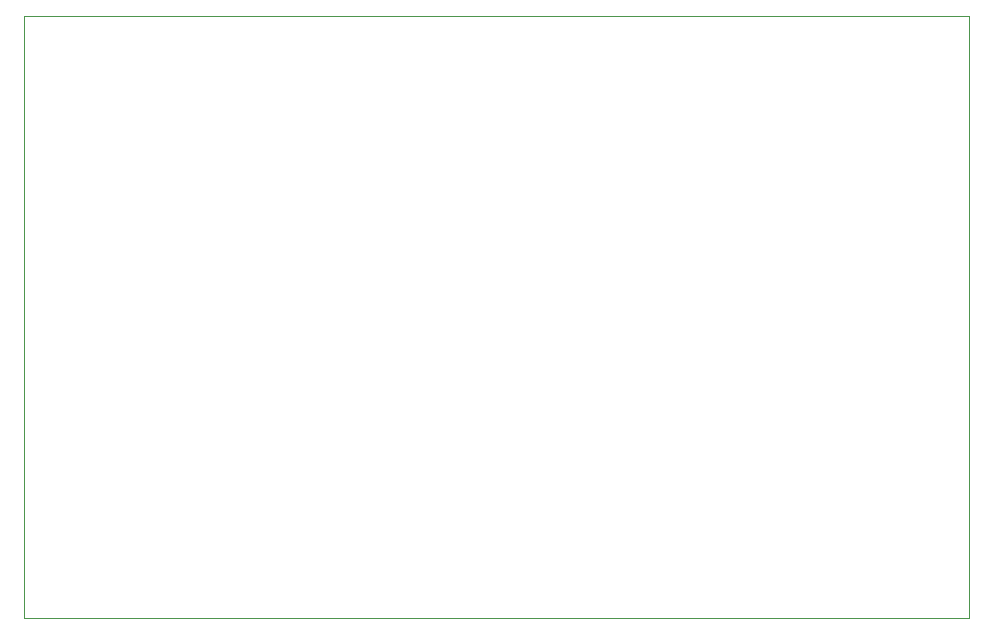
<source format=gbr>
%TF.GenerationSoftware,KiCad,Pcbnew,(7.0.0)*%
%TF.CreationDate,2023-03-14T23:56:55+08:00*%
%TF.ProjectId,U-core,552d636f-7265-42e6-9b69-6361645f7063,rev?*%
%TF.SameCoordinates,Original*%
%TF.FileFunction,Profile,NP*%
%FSLAX46Y46*%
G04 Gerber Fmt 4.6, Leading zero omitted, Abs format (unit mm)*
G04 Created by KiCad (PCBNEW (7.0.0)) date 2023-03-14 23:56:55*
%MOMM*%
%LPD*%
G01*
G04 APERTURE LIST*
%TA.AperFunction,Profile*%
%ADD10C,0.100000*%
%TD*%
G04 APERTURE END LIST*
D10*
X154000000Y-75000000D02*
X154000000Y-126000000D01*
X74000000Y-126000000D02*
X74000000Y-75000000D01*
X154000000Y-126000000D02*
X74000000Y-126000000D01*
X74000000Y-75000000D02*
X154000000Y-75000000D01*
M02*

</source>
